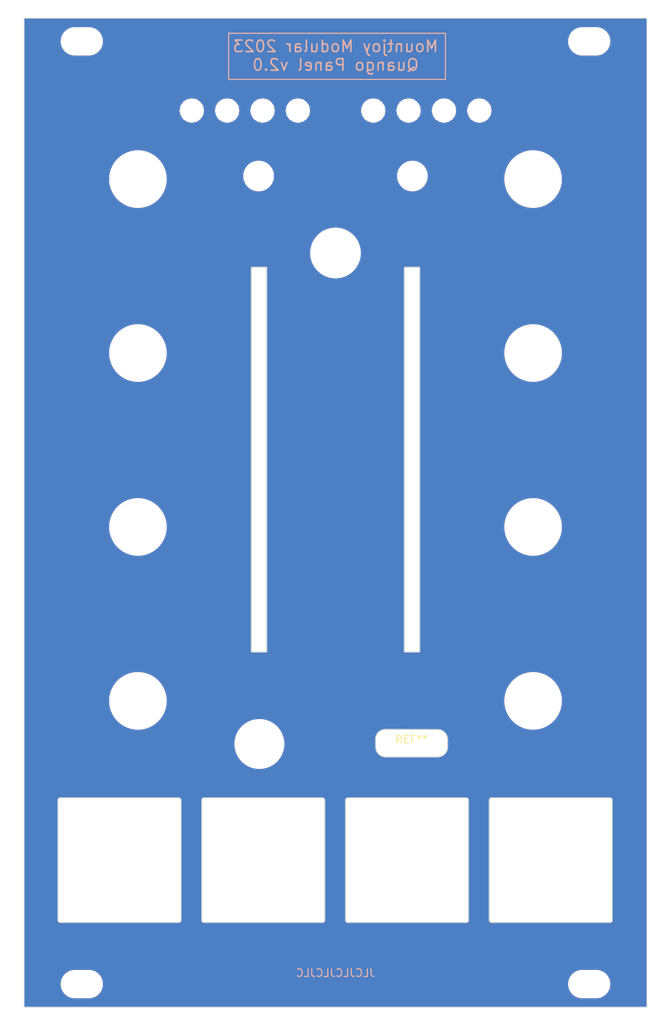
<source format=kicad_pcb>
(kicad_pcb (version 20221018) (generator pcbnew)
  (layers (0 "F.Cu" signal) (31 "B.Cu" signal) (34 "B.Paste" user) (35 "F.Paste" user) (36 "B.SilkS" user "B.Silkscreen") (37 "F.SilkS" user "F.Silkscreen") (38 "B.Mask" user) (39 "F.Mask" user) (44 "Edge.Cuts" user))
  (net 0 "")
  (footprint "Custom_Footprints:RJ45_Molex_42878-8506_Mounting_Hole" (layer "F.Cu") (at 62.4 139.4)
    (fp_text reference "REF**" hide)
    (fp_text value "RJ45_Molex_42878-8506_Mounting_Hole")
    (fp_line (start -8 -7.8) (end -8 7.8) (stroke (width 0.12)) (layer "Edge.Cuts"))
    (fp_line (start 7.7 -8.1) (end -7.7 -8.1) (stroke (width 0.12)) (layer "Edge.Cuts"))
    (fp_line (start 7.7 8.1) (end -7.7 8.1) (stroke (width 0.12)) (layer "Edge.Cuts"))
    (fp_line (start 8 -7.8) (end 8 7.8) (stroke (width 0.12)) (layer "Edge.Cuts"))
    (fp_arc (start -8 -7.8) (mid -7.912132 -8.012132) (end -7.7 -8.1) (stroke (width 0.12)) (layer "Edge.Cuts"))
    (fp_arc (start -7.7 8.1) (mid -7.912132 8.012132) (end -8 7.8) (stroke (width 0.12)) (layer "Edge.Cuts"))
    (fp_arc (start 7.7 -8.1) (mid 7.912132 -8.012132) (end 8 -7.8) (stroke (width 0.12)) (layer "Edge.Cuts"))
    (fp_arc (start 8 7.8) (mid 7.912132 8.012132) (end 7.7 8.1) (stroke (width 0.12)) (layer "Edge.Cuts"))
  )
  (footprint "kibuzzard-649D9B25" (layer "F.Cu") (at 54.527149 96)
    (fp_text reference "kibuzzard-649D9B25" hide)
    (fp_text value "G***" hide)
  )
  (footprint "kibuzzard-649E93AB" (layer "F.Cu") (at 90.4 74.9 90)
    (fp_text reference "kibuzzard-649E93AB" hide)
    (fp_text value "G***" hide)
  )
  (footprint "Custom_Footprints:RJ45_Molex_42878-8506_Mounting_Hole" (layer "F.Cu") (at 99.8 139.4)
    (fp_text reference "REF**" hide)
    (fp_text value "RJ45_Molex_42878-8506_Mounting_Hole")
    (fp_line (start -8 -7.8) (end -8 7.8) (stroke (width 0.12)) (layer "Edge.Cuts"))
    (fp_line (start 7.7 -8.1) (end -7.7 -8.1) (stroke (width 0.12)) (layer "Edge.Cuts"))
    (fp_line (start 7.7 8.1) (end -7.7 8.1) (stroke (width 0.12)) (layer "Edge.Cuts"))
    (fp_line (start 8 -7.8) (end 8 7.8) (stroke (width 0.12)) (layer "Edge.Cuts"))
    (fp_arc (start -8 -7.8) (mid -7.912132 -8.012132) (end -7.7 -8.1) (stroke (width 0.12)) (layer "Edge.Cuts"))
    (fp_arc (start -7.7 8.1) (mid -7.912132 8.012132) (end -8 7.8) (stroke (width 0.12)) (layer "Edge.Cuts"))
    (fp_arc (start 7.7 -8.1) (mid 7.912132 -8.012132) (end 8 -7.8) (stroke (width 0.12)) (layer "Edge.Cuts"))
    (fp_arc (start 8 7.8) (mid 7.912132 8.012132) (end 7.7 8.1) (stroke (width 0.12)) (layer "Edge.Cuts"))
  )
  (footprint "Custom_Footprints:Alpha_9mm_pot_hole" (layer "F.Cu") (at 64.8 50.9)
    (fp_text reference "Ref**" hide)
    (fp_text value "Alpha_9mm_pot_hole" hide)
    (pad "" np_thru_hole circle (at 0 0) (size 7 7) (drill 7) (layers "*.Cu" "*.Mask"))
  )
  (footprint "Custom_Footprints:Oval_Mounting_Hole" (layer "F.Cu") (at 123.5 33)
    (fp_text reference "Ref**" hide)
    (fp_text value "Oval_Mounting_Hole" hide)
    (pad "" np_thru_hole oval locked (at 0 0) (size 5 3.2) (drill oval 5 3.2) (layers "*.Cu" "*.Mask"))
  )
  (footprint "kibuzzard-649D9B2C" (layer "F.Cu") (at 54.531412 118.4)
    (fp_text reference "kibuzzard-649D9B2C" hide)
    (fp_text value "G***" hide)
  )
  (footprint "Custom_Footprints:Alpha_9mm_pot_hole" (layer "F.Cu") (at 116.2 96.1)
    (fp_text reference "Ref**" hide)
    (fp_text value "Alpha_9mm_pot_hole" hide)
    (pad "" np_thru_hole circle (at 0 0) (size 7 7) (drill 7) (layers "*.Cu" "*.Mask"))
  )
  (footprint "Custom_Footprints:Thonkiconn_Socket_MountingHole_6mm" (layer "F.Cu") (at 80.6 124.3)
    (fp_text reference "Ref**" hide)
    (fp_text value "Thonkiconn_Socket_MountingHole_6mm")
    (pad "" np_thru_hole circle (at 0 0) (size 6 6) (drill 6) (layers "*.Cu" "*.Mask"))
  )
  (footprint "Custom_Footprints:Alpha_9mm_pot_hole" (layer "F.Cu") (at 64.8 118.7)
    (fp_text reference "Ref**" hide)
    (fp_text value "Alpha_9mm_pot_hole" hide)
    (pad "" np_thru_hole circle (at 0 0) (size 7 7) (drill 7) (layers "*.Cu" "*.Mask"))
  )
  (footprint "kibuzzard-649D9B6F" (layer "F.Cu") (at 126.468588 118.6)
    (fp_text reference "kibuzzard-649D9B6F" hide)
    (fp_text value "G***" hide)
  )
  (footprint "Custom_Footprints:Alpha_9mm_pot_hole" (layer "F.Cu") (at 116.2 73.5)
    (fp_text reference "Ref**" hide)
    (fp_text value "Alpha_9mm_pot_hole" hide)
    (pad "" np_thru_hole circle (at 0 0) (size 7 7) (drill 7) (layers "*.Cu" "*.Mask"))
  )
  (footprint "kibuzzard-649DB643" (layer "F.Cu") (at 82.5 150.6)
    (fp_text reference "kibuzzard-649DB643" hide)
    (fp_text value "G***" hide)
  )
  (footprint "kibuzzard-649D9A54" (layer "F.Cu") (at 60.1 150.6)
    (fp_text reference "kibuzzard-649D9A54" hide)
    (fp_text value "G***" hide)
  )
  (footprint "Custom_Footprints:Oval_Mounting_Hole" (layer "F.Cu") (at 57.5 155.5)
    (fp_text reference "Ref**" hide)
    (fp_text value "Oval_Mounting_Hole" hide)
    (pad "" np_thru_hole oval locked (at 0 0) (size 5 3.2) (drill oval 5 3.2) (layers "*.Cu" "*.Mask"))
  )
  (footprint "Custom_Footprints:MountingHole_6.1mm" (layer "F.Cu") (at 90.5 60.5)
    (fp_text reference "Ref**" hide)
    (fp_text value "Thonkikonn_6.1mm")
    (pad "" np_thru_hole circle (at 0 0) (size 6.1 6.1) (drill 6.1) (layers "*.Cu" "*.Mask" "F.SilkS"))
  )
  (footprint "kibuzzard-649D9A6F" (layer "F.Cu") (at 98.6 150.6)
    (fp_text reference "kibuzzard-649D9A6F" hide)
    (fp_text value "G***" hide)
  )
  (footprint "kibuzzard-649D9A54" (layer "F.Cu") (at 115.65 150.55)
    (fp_text reference "kibuzzard-649D9A54" hide)
    (fp_text value "G***" hide)
  )
  (footprint "Custom_Footprints:Alpha_9mm_pot_hole" (layer "F.Cu") (at 116.2 50.9)
    (fp_text reference "Ref**" hide)
    (fp_text value "Alpha_9mm_pot_hole" hide)
    (pad "" np_thru_hole circle (at 0 0) (size 7 7) (drill 7) (layers "*.Cu" "*.Mask"))
  )
  (footprint "Custom_Footprints:Alpha_9mm_pot_hole" (layer "F.Cu") (at 116.2 118.7)
    (fp_text reference "Ref**" hide)
    (fp_text value "Alpha_9mm_pot_hole" hide)
    (pad "" np_thru_hole circle (at 0 0) (size 7 7) (drill 7) (layers "*.Cu" "*.Mask"))
  )
  (footprint "Custom_Footprints:Oval_Mounting_Hole" (layer "F.Cu") (at 123.5 155.5)
    (fp_text reference "Ref**" hide)
    (fp_text value "Oval_Mounting_Hole" hide)
    (pad "" np_thru_hole oval locked (at 0 0) (size 5 3.2) (drill oval 5 3.2) (layers "*.Cu" "*.Mask"))
  )
  (footprint "kibuzzard-649D9B1E" (layer "F.Cu") (at 54.506995 73.3)
    (fp_text reference "kibuzzard-649D9B1E" hide)
    (fp_text value "G***" hide)
  )
  (footprint "kibuzzard-649D9B68" (layer "F.Cu") (at 126.493005 95.9)
    (fp_text reference "kibuzzard-649D9B68" hide)
    (fp_text value "G***" hide)
  )
  (footprint "Custom_Footprints:Alpha_9mm_pot_hole" (layer "F.Cu") (at 64.8 96.1)
    (fp_text reference "Ref**" hide)
    (fp_text value "Alpha_9mm_pot_hole" hide)
    (pad "" np_thru_hole circle (at 0 0) (size 7 7) (drill 7) (layers "*.Cu" "*.Mask"))
  )
  (footprint "kibuzzard-646BA165" (layer "F.Cu") (at 90.5 50.5)
    (fp_text reference "kibuzzard-646BA165" hide)
    (fp_text value "G***" hide)
  )
  (footprint "Custom_Footprints:USB_C_Cutout" (layer "F.Cu") (at 100.4 124.2)
    (fp_text reference "REF**" (at 0 -0.5 unlocked) (layer "F.SilkS"))
    (fp_text value "USB_C_Cutout")
    (fp_line (start -4.7 -0.5) (end -4.680761 0.480761) (stroke (width 0.12)) (layer "Edge.Cuts"))
    (fp_line (start -3.4 -1.8) (end 3.380761 -1.780761) (stroke (width 0.12)) (layer "Edge.Cuts"))
    (fp_line (start -3.380761 1.780761) (end 3.380761 1.780761) (stroke (width 0.12)) (layer "Edge.Cuts"))
    (fp_line (start 4.680761 0.480761) (end 4.680761 -0.480761) (stroke (width 0.12)) (layer "Edge.Cuts"))
    (fp_arc (start -4.7 -0.5) (mid -4.319239 -1.419239) (end -3.4 -1.8) (stroke (width 0.12)) (layer "Edge.Cuts"))
    (fp_arc (start -3.380761 1.780761) (mid -4.3 1.4) (end -4.680761 0.480761) (stroke (width 0.12)) (layer "Edge.Cuts"))
    (fp_arc (start 3.380761 -1.780761) (mid 4.3 -1.4) (end 4.680761 -0.480761) (stroke (width 0.12)) (layer "Edge.Cuts"))
    (fp_arc (start 4.680761 0.480761) (mid 4.3 1.4) (end 3.380761 1.780761) (stroke (width 0.12)) (layer "Edge.Cuts"))
  )
  (footprint "kibuzzard-649D9B19" (layer "F.Cu") (at 54.8 50.7)
    (fp_text reference "kibuzzard-649D9B19" hide)
    (fp_text value "G***" hide)
  )
  (footprint "Custom_Footprints:RJ45_Molex_42878-8506_Mounting_Hole" (layer "F.Cu") (at 118.5 139.4)
    (fp_text reference "REF**" hide)
    (fp_text value "RJ45_Molex_42878-8506_Mounting_Hole")
    (fp_line (start -8 -7.8) (end -8 7.8) (stroke (width 0.12)) (layer "Edge.Cuts"))
    (fp_line (start 7.7 -8.1) (end -7.7 -8.1) (stroke (width 0.12)) (layer "Edge.Cuts"))
    (fp_line (start 7.7 8.1) (end -7.7 8.1) (stroke (width 0.12)) (layer "Edge.Cuts"))
    (fp_line (start 8 -7.8) (end 8 7.8) (stroke (width 0.12)) (layer "Edge.Cuts"))
    (fp_arc (start -8 -7.8) (mid -7.912132 -8.012132) (end -7.7 -8.1) (stroke (width 0.12)) (layer "Edge.Cuts"))
    (fp_arc (start -7.7 8.1) (mid -7.912132 8.012132) (end -8 7.8) (stroke (width 0.12)) (layer "Edge.Cuts"))
    (fp_arc (start 7.7 -8.1) (mid 7.912132 -8.012132) (end 8 -7.8) (stroke (width 0.12)) (layer "Edge.Cuts"))
    (fp_arc (start 8 7.8) (mid 7.912132 8.012132) (end 7.7 8.1) (stroke (width 0.12)) (layer "Edge.Cuts"))
  )
  (footprint "Custom_Footprints:Alpha_9mm_pot_hole" (layer "F.Cu") (at 64.8 73.5)
    (fp_text reference "Ref**" hide)
    (fp_text value "Alpha_9mm_pot_hole" hide)
    (pad "" np_thru_hole circle (at 0 0) (size 7 7) (drill 7) (layers "*.Cu" "*.Mask"))
  )
  (footprint "Custom_Footprints:Potentiometer_Bourns_PTA4543_Slot" (layer "F.Cu") (at 82.3 58.1 -90)
    (fp_text reference "Level1" hide)
    (fp_text value "10k" hide)
    (fp_rect (start 4.25 0.75) (end 54.25 2.75) (stroke (width 0.12)) (fill none) (layer "Edge.Cuts"))
  )
  (footprint "Graphics:QuangoLogo" (layer "F.Cu") (at 90.5 34.55)
    (fp_text reference "G***" hide)
    (fp_text value "LOGO" hide)
  )
  (footprint "Custom_Footprints:Oval_Mounting_Hole" (layer "F.Cu") (at 57.5 33)
    (fp_text reference "Ref**" hide)
    (fp_text value "Oval_Mounting_Hole" hide)
    (pad "" np_thru_hole oval locked (at 0 0) (size 5 3.2) (drill oval 5 3.2) (layers "*.Cu" "*.Mask"))
  )
  (footprint "kibuzzard-649D9B57" (layer "F.Cu") (at 126.2 50.9)
    (fp_text reference "kibuzzard-649D9B57" hide)
    (fp_text value "G***" hide)
  )
  (footprint "Custom_Footprints:Potentiometer_Bourns_PTA4543_Slot" (layer "F.Cu") (at 102.2 58.1 -90)
    (fp_text reference "Level1" hide)
    (fp_text value "10k" hide)
    (fp_rect (start 4.25 0.75) (end 54.25 2.75) (stroke (width 0.12)) (fill none) (layer "Edge.Cuts"))
  )
  (footprint "kibuzzard-649D9B5F" (layer "F.Cu") (at 126.493005 73.6)
    (fp_text reference "kibuzzard-649D9B5F" hide)
    (fp_text value "G***" hide)
  )
  (footprint "kibuzzard-646C865B" (layer "F.Cu") (at 90.5 124.4)
    (fp_text reference "kibuzzard-646C865B" hide)
    (fp_text value "G***" hide)
  )
  (footprint "Custom_Footprints:RJ45_Molex_42878-8506_Mounting_Hole" (layer "F.Cu") (at 81.1 139.4)
    (fp_text reference "REF**" hide)
    (fp_text value "RJ45_Molex_42878-8506_Mounting_Hole")
    (fp_line (start -8 -7.8) (end -8 7.8) (stroke (width 0.12)) (layer "Edge.Cuts"))
    (fp_line (start 7.7 -8.1) (end -7.7 -8.1) (stroke (width 0.12)) (layer "Edge.Cuts"))
    (fp_line (start 7.7 8.1) (end -7.7 8.1) (stroke (width 0.12)) (layer "Edge.Cuts"))
    (fp_line (start 8 -7.8) (end 8 7.8) (stroke (width 0.12)) (layer "Edge.Cuts"))
    (fp_arc (start -8 -7.8) (mid -7.912132 -8.012132) (end -7.7 -8.1) (stroke (width 0.12)) (layer "Edge.Cuts"))
    (fp_arc (start -7.7 8.1) (mid -7.912132 8.012132) (end -8 7.8) (stroke (width 0.12)) (layer "Edge.Cuts"))
    (fp_arc (start 7.7 -8.1) (mid 7.912132 -8.012132) (end 8 -7.8) (stroke (width 0.12)) (layer "Edge.Cuts"))
    (fp_arc (start 8 7.8) (mid 7.912132 8.012132) (end 7.7 8.1) (stroke (width 0.12)) (layer "Edge.Cuts"))
  )
  (footprint "Custom_Footprints:Small_Pushbutton_Hole_3.5mm" (layer "B.Cu") (at 80.5 50.5)
    (fp_text reference "RESET" hide)
    (fp_text value "Subminiature_Switch" hide)
    (pad "" np_thru_hole circle (at 0 0) (size 3.5 3.5) (drill 3.5) (layers "*.Cu" "*.Mask"))
  )
  (footprint "Custom_Footprints:Small_Pushbutton_Hole_3.5mm" (layer "B.Cu") (at 100.5 50.5)
    (fp_text reference "RESET" hide)
    (fp_text value "Subminiature_Switch" hide)
    (pad "" np_thru_hole circle (at 0 0) (size 3.5 3.5) (drill 3.5) (layers "*.Cu" "*.Mask"))
  )
  (gr_rect (start 76.6 31.95) (end 104.8 37.95) (stroke (width 0.15)) (fill none) (layer "B.SilkS"))
  (gr_rect locked (start 50 30) (end 131 158.5) (stroke (width 0.1)) (fill none) (layer "Edge.Cuts"))
  (gr_text "JLCJLCJLCJLC" (at 90.5 154.05) (layer "B.SilkS") (effects (font (size 1 1)) (justify mirror)))
  (gr_text "Mountjoy Modular 2023\nQuango Panel v2.0" (at 90.5 34.85) (layer "B.SilkS") (effects (font (size 1.5 1.5) (thickness 0.2)) (justify mirror)))
  (zone locked (net 0) (net_name "") (layers "F&B.Cu") (connect_pads (clearance 0)) (min_thickness 0.254) (fill yes (thermal_gap 0.508) (thermal_bridge_width 0.508))
    (polygon (pts (xy 132 160) (xy 49 160) (xy 49 29) (xy 132 29)))
  )
  (zone (net 0) (net_name "") (layers "F&B.Cu" "F.Mask") (connect_pads (clearance 0)) (min_thickness 0.25)
    (keepout (tracks not_allowed) (vias not_allowed) (pads not_allowed) (copperpour not_allowed) (footprints allowed))
    (fill (thermal_gap 0.5) (thermal_bridge_width 0.5))
    (polygon (pts (xy 98.865934 40.865934) (xy 99.40894 40.501229) (xy 99.999999 40.4) (xy 100.633223 40.501963) (xy 101.130809 40.869191) (xy 101.499441 41.367143) (xy 101.6 42) (xy 101.500523 42.592178) (xy 101.132199 43.132199) (xy 100.633527 43.457644) (xy 100 43.6) (xy 99.408933 43.457659) (xy 98.868617 43.131383) (xy 98.543026 42.59173) (xy 98.4 42) (xy 98.539505 41.365684)))
  )
  (zone (net 0) (net_name "") (layers "F&B.Cu" "F.Mask") (connect_pads (clearance 0)) (min_thickness 0.25)
    (keepout (tracks not_allowed) (vias not_allowed) (pads not_allowed) (copperpour not_allowed) (footprints allowed))
    (fill (thermal_gap 0.5) (thermal_bridge_width 0.5) (smoothing fillet) (radius 10))
    (polygon (pts (xy 70.665934 40.865934) (xy 71.20894 40.501229) (xy 71.799999 40.4) (xy 72.433223 40.501963) (xy 72.930809 40.869191) (xy 73.299441 41.367143) (xy 73.4 42) (xy 73.300523 42.592178) (xy 72.932199 43.132199) (xy 72.433527 43.457644) (xy 71.8 43.6) (xy 71.208933 43.457659) (xy 70.668617 43.131383) (xy 70.343026 42.59173) (xy 70.2 42) (xy 70.339505 41.365684)))
  )
  (zone (net 0) (net_name "") (layers "F&B.Cu" "F.Mask") (connect_pads (clearance 0)) (min_thickness 0.25)
    (keepout (tracks not_allowed) (vias not_allowed) (pads not_allowed) (copperpour not_allowed) (footprints allowed))
    (fill (thermal_gap 0.5) (thermal_bridge_width 0.5))
    (polygon (pts (xy 108.065934 40.865934) (xy 108.60894 40.501229) (xy 109.199999 40.4) (xy 109.833223 40.501963) (xy 110.330809 40.869191) (xy 110.699441 41.367143) (xy 110.8 42) (xy 110.700523 42.592178) (xy 110.332199 43.132199) (xy 109.833527 43.457644) (xy 109.2 43.6) (xy 108.608933 43.457659) (xy 108.068617 43.131383) (xy 107.743026 42.59173) (xy 107.6 42) (xy 107.739505 41.365684)))
  )
  (zone (net 0) (net_name "") (layers "F&B.Cu" "F.Mask") (connect_pads (clearance 0)) (min_thickness 0.25)
    (keepout (tracks not_allowed) (vias not_allowed) (pads not_allowed) (copperpour not_allowed) (footprints allowed))
    (fill (thermal_gap 0.5) (thermal_bridge_width 0.5))
    (polygon (pts (xy 79.865934 40.865934) (xy 80.40894 40.501229) (xy 80.999999 40.4) (xy 81.633223 40.501963) (xy 82.130809 40.869191) (xy 82.499441 41.367143) (xy 82.6 42) (xy 82.500523 42.592178) (xy 82.132199 43.132199) (xy 81.633527 43.457644) (xy 81 43.6) (xy 80.408933 43.457659) (xy 79.868617 43.131383) (xy 79.543026 42.59173) (xy 79.4 42) (xy 79.539505 41.365684)))
  )
  (zone (net 0) (net_name "") (layers "F&B.Cu" "F.Mask") (connect_pads (clearance 0)) (min_thickness 0.25)
    (keepout (tracks not_allowed) (vias not_allowed) (pads not_allowed) (copperpour not_allowed) (footprints allowed))
    (fill (thermal_gap 0.5) (thermal_bridge_width 0.5))
    (polygon (pts (xy 103.465934 40.865934) (xy 104.00894 40.501229) (xy 104.599999 40.4) (xy 105.233223 40.501963) (xy 105.730809 40.869191) (xy 106.099441 41.367143) (xy 106.2 42) (xy 106.100523 42.592178) (xy 105.732199 43.132199) (xy 105.233527 43.457644) (xy 104.6 43.6) (xy 104.008933 43.457659) (xy 103.468617 43.131383) (xy 103.143026 42.59173) (xy 103 42) (xy 103.139505 41.365684)))
  )
  (zone (net 0) (net_name "") (layers "F&B.Cu" "F.Mask") (connect_pads (clearance 0)) (min_thickness 0.25)
    (keepout (tracks not_allowed) (vias not_allowed) (pads not_allowed) (copperpour not_allowed) (footprints allowed))
    (fill (thermal_gap 0.5) (thermal_bridge_width 0.5))
    (polygon (pts (xy 94.265934 40.865934) (xy 94.80894 40.501229) (xy 95.399999 40.4) (xy 96.033223 40.501963) (xy 96.530809 40.869191) (xy 96.899441 41.367143) (xy 97 42) (xy 96.900523 42.592178) (xy 96.532199 43.132199) (xy 96.033527 43.457644) (xy 95.4 43.6) (xy 94.808933 43.457659) (xy 94.268617 43.131383) (xy 93.943026 42.59173) (xy 93.8 42) (xy 93.939505 41.365684)))
  )
  (zone (net 0) (net_name "") (layers "F&B.Cu" "F.Mask") (connect_pads (clearance 0)) (min_thickness 0.25)
    (keepout (tracks not_allowed) (vias not_allowed) (pads not_allowed) (copperpour not_allowed) (footprints allowed))
    (fill (thermal_gap 0.5) (thermal_bridge_width 0.5))
    (polygon (pts (xy 84.465934 40.865934) (xy 85.00894 40.501229) (xy 85.599999 40.4) (xy 86.233223 40.501963) (xy 86.730809 40.869191) (xy 87.099441 41.367143) (xy 87.2 42) (xy 87.100523 42.592178) (xy 86.732199 43.132199) (xy 86.233527 43.457644) (xy 85.6 43.6) (xy 85.008933 43.457659) (xy 84.468617 43.131383) (xy 84.143026 42.59173) (xy 84 42) (xy 84.139505 41.365684)))
  )
  (zone (net 0) (net_name "") (layers "F&B.Cu" "F.Mask") (connect_pads (clearance 0)) (min_thickness 0.25)
    (keepout (tracks not_allowed) (vias not_allowed) (pads not_allowed) (copperpour not_allowed) (footprints allowed))
    (fill (thermal_gap 0.5) (thermal_bridge_width 0.5))
    (polygon (pts (xy 75.265934 40.865934) (xy 75.80894 40.501229) (xy 76.399999 40.4) (xy 77.033223 40.501963) (xy 77.530809 40.869191) (xy 77.899441 41.367143) (xy 78 42) (xy 77.900523 42.592178) (xy 77.532199 43.132199) (xy 77.033527 43.457644) (xy 76.4 43.6) (xy 75.808933 43.457659) (xy 75.268617 43.131383) (xy 74.943026 42.59173) (xy 74.8 42) (xy 74.939505 41.365684)))
  )
)
</source>
